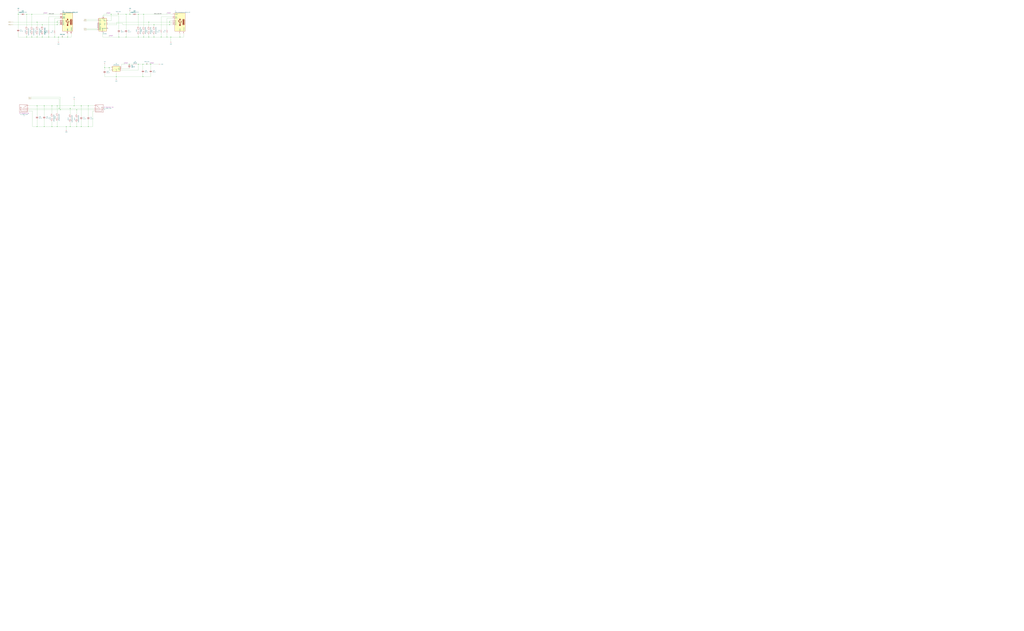
<source format=kicad_sch>
(kicad_sch (version 20250114) (generator "eeschema") (generator_version "9.0")
  (paper "User" 2001.5 1234.5)
  (title_block (title "Title") (date "12309831aa") (rev "Rev") (company "Company") (comment 1 "Comment1") (comment 2 "Comment2") (comment 3 "Comment3") (comment 4 "Comment4") (comment 5 "Comment5") (comment 6 "Comment6") (comment 7 "Comment7") (comment 8 "Comment8") (comment 9 "Comment9"))
  (lib_symbols
    (symbol "Connector:USB_C_Receptacle_USB2.0_14P" (pin_names (offset 1.016))
      (property "Reference" "J" (at 0 22.225 0))
      (property "Value" "USB_C_Receptacle_USB2.0_14P" (at 0 19.685 0))
      (symbol "USB_C_Receptacle_USB2.0_14P_0_0"
        (rectangle (start -0.254 -17.78) (end 0.254 -16.764))
        (rectangle (start 10.16 15.494) (end 9.144 14.986))
        (rectangle (start 10.16 10.414) (end 9.144 9.906))
        (rectangle (start 10.16 7.874) (end 9.144 7.366))
        (rectangle (start 10.16 2.794) (end 9.144 2.286))
        (rectangle (start 10.16 0.254) (end 9.144 -0.254))
        (rectangle (start 10.16 -2.286) (end 9.144 -2.794))
        (rectangle (start 10.16 -4.826) (end 9.144 -5.334))
      )
      (symbol "USB_C_Receptacle_USB2.0_14P_0_1"
        (rectangle (start -10.16 17.78) (end 10.16 -17.78) (stroke (width 0.254)) (fill (type background)))
        (polyline (pts (xy -8.89 -3.81) (xy -8.89 3.81)) (stroke (width 0.508)))
        (rectangle (start -7.62 -3.81) (end -6.35 3.81) (stroke (width 0.254)) (fill (type outline)))
        (arc (start -7.62 3.81) (mid -6.985 4.4423) (end -6.35 3.81) (stroke (width 0.254)))
        (arc (start -7.62 3.81) (mid -6.985 4.4423) (end -6.35 3.81) (stroke (width 0.254)) (fill (type outline)))
        (arc (start -8.89 3.81) (mid -6.985 5.7067) (end -5.08 3.81) (stroke (width 0.508)))
        (arc (start -5.08 -3.81) (mid -6.985 -5.7067) (end -8.89 -3.81) (stroke (width 0.508)))
        (arc (start -6.35 -3.81) (mid -6.985 -4.4423) (end -7.62 -3.81) (stroke (width 0.254)))
        (arc (start -6.35 -3.81) (mid -6.985 -4.4423) (end -7.62 -3.81) (stroke (width 0.254)) (fill (type outline)))
        (polyline (pts (xy -5.08 3.81) (xy -5.08 -3.81)) (stroke (width 0.508)))
        (circle (center -2.54 1.143) (radius 0.635) (stroke (width 0.254)) (fill (type outline)))
        (polyline (pts (xy -1.27 4.318) (xy 0 6.858) (xy 1.27 4.318) (xy -1.27 4.318)) (stroke (width 0.254)) (fill (type outline)))
        (polyline (pts (xy 0 -2.032) (xy 2.54 0.508) (xy 2.54 1.778)) (stroke (width 0.508)))
        (polyline (pts (xy 0 -3.302) (xy -2.54 -0.762) (xy -2.54 0.508)) (stroke (width 0.508)))
        (polyline (pts (xy 0 -5.842) (xy 0 4.318)) (stroke (width 0.508)))
        (circle (center 0 -5.842) (radius 1.27) (fill (type outline)))
        (rectangle (start 1.905 1.778) (end 3.175 3.048) (stroke (width 0.254)) (fill (type outline)))
      )
      (symbol "USB_C_Receptacle_USB2.0_14P_1_1"
        (pin passive line (at -7.62 -22.86 90) (length 5.08) (name "SHIELD") (number "S1"))
        (pin passive line (at 0 -22.86 90) (length 5.08) (name "GND") (number "A1"))
        (pin passive line (at 0 -22.86 90) (length 5.08) (hide yes) (name "GND") (number "A12"))
        (pin passive line (at 0 -22.86 90) (length 5.08) (hide yes) (name "GND") (number "B1"))
        (pin passive line (at 0 -22.86 90) (length 5.08) (hide yes) (name "GND") (number "B12"))
        (pin passive line (at 15.24 15.24 180) (length 5.08) (name "VBUS") (number "A4"))
        (pin passive line (at 15.24 15.24 180) (length 5.08) (hide yes) (name "VBUS") (number "A9"))
        (pin passive line (at 15.24 15.24 180) (length 5.08) (hide yes) (name "VBUS") (number "B4"))
        (pin passive line (at 15.24 15.24 180) (length 5.08) (hide yes) (name "VBUS") (number "B9"))
        (pin bidirectional line (at 15.24 10.16 180) (length 5.08) (name "CC1") (number "A5"))
        (pin bidirectional line (at 15.24 7.62 180) (length 5.08) (name "CC2") (number "B5"))
        (pin bidirectional line (at 15.24 2.54 180) (length 5.08) (name "D-") (number "A7"))
        (pin bidirectional line (at 15.24 0 180) (length 5.08) (name "D-") (number "B7"))
        (pin bidirectional line (at 15.24 -2.54 180) (length 5.08) (name "D+") (number "A6"))
        (pin bidirectional line (at 15.24 -5.08 180) (length 5.08) (name "D+") (number "B6"))
      )
    )
    (symbol "Device:C" (pin_numbers (hide yes)) (pin_names (offset 0.254))
      (property "Reference" "C" (at 0.635 2.54 0))
      (property "Value" "C" (at 0.635 -2.54 0))
      (symbol "C_0_1"
        (polyline (pts (xy -2.032 0.762) (xy 2.032 0.762)) (stroke (width 0.508)))
        (polyline (pts (xy -2.032 -0.762) (xy 2.032 -0.762)) (stroke (width 0.508)))
      )
      (symbol "C_1_1"
        (pin passive line (at 0 3.81 270) (length 2.794) (name "~") (number "1"))
        (pin passive line (at 0 -3.81 90) (length 2.794) (name "~") (number "2"))
      )
    )
    (symbol "Device:D" (pin_numbers (hide yes)) (pin_names (offset 1.016) (hide yes))
      (property "Reference" "D" (at 0 2.54 0))
      (property "Value" "D" (at 0 -2.54 0))
      (symbol "D_0_1"
        (polyline (pts (xy -1.27 1.27) (xy -1.27 -1.27)) (stroke (width 0.254)))
        (polyline (pts (xy 1.27 1.27) (xy 1.27 -1.27) (xy -1.27 0) (xy 1.27 1.27)) (stroke (width 0.254)))
        (polyline (pts (xy 1.27 0) (xy -1.27 0)))
      )
      (symbol "D_1_1"
        (pin passive line (at -3.81 0 0) (length 2.54) (name "K") (number "1"))
        (pin passive line (at 3.81 0 180) (length 2.54) (name "A") (number "2"))
      )
    )
    (symbol "Device:L" (pin_numbers (hide yes)) (pin_names (offset 1.016) (hide yes))
      (property "Reference" "L" (at -1.27 0 90))
      (property "Value" "L" (at 1.905 0 90))
      (symbol "L_0_1"
        (arc (start 0 2.54) (mid 0.6323 1.905) (end 0 1.27))
        (arc (start 0 1.27) (mid 0.6323 0.635) (end 0 0))
        (arc (start 0 0) (mid 0.6323 -0.635) (end 0 -1.27))
        (arc (start 0 -1.27) (mid 0.6323 -1.905) (end 0 -2.54))
      )
      (symbol "L_1_1"
        (pin passive line (at 0 3.81 270) (length 1.27) (name "1") (number "1"))
        (pin passive line (at 0 -3.81 90) (length 1.27) (name "2") (number "2"))
      )
    )
    (symbol "Device:R_US" (pin_numbers (hide yes)) (pin_names (offset 0))
      (property "Reference" "R" (at 2.54 0 90))
      (property "Value" "R_US" (at -2.54 0 90))
      (symbol "R_US_0_1"
        (polyline (pts (xy 0 2.286) (xy 0 2.54)))
        (polyline (pts (xy 0 2.286) (xy 1.016 1.905) (xy 0 1.524) (xy -1.016 1.143) (xy 0 0.762)))
        (polyline (pts (xy 0 0.762) (xy 1.016 0.381) (xy 0 0) (xy -1.016 -0.381) (xy 0 -0.762)))
        (polyline (pts (xy 0 -0.762) (xy 1.016 -1.143) (xy 0 -1.524) (xy -1.016 -1.905) (xy 0 -2.286)))
        (polyline (pts (xy 0 -2.286) (xy 0 -2.54)))
      )
      (symbol "R_US_1_1"
        (pin passive line (at 0 3.81 270) (length 1.27) (name "~") (number "1"))
        (pin passive line (at 0 -3.81 90) (length 1.27) (name "~") (number "2"))
      )
    )
    (symbol "Interface_USB:CH340C"
      (property "Reference" "U" (at -5.08 13.97 0))
      (property "Value" "CH340C" (at 1.27 13.97 0))
      (symbol "CH340C_0_1"
        (rectangle (start -7.62 12.7) (end 7.62 -12.7) (stroke (width 0.254)) (fill (type background)))
      )
      (symbol "CH340C_1_1"
        (pin input line (at -10.16 7.62 0) (length 2.54) (name "R232") (number "15"))
        (pin bidirectional line (at -10.16 2.54 0) (length 2.54) (name "UD+") (number "5"))
        (pin bidirectional line (at -10.16 0 0) (length 2.54) (name "UD-") (number "6"))
        (pin output line (at -10.16 -7.62 0) (length 2.54) (name "~{OUT}/~{DTR}") (number "8"))
        (pin no_connect line (at -7.62 -5.08 0) (length 2.54) (hide yes) (name "NC") (number "7"))
        (pin power_in line (at -2.54 15.24 270) (length 2.54) (name "VCC") (number "16"))
        (pin power_out line (at 0 15.24 270) (length 2.54) (name "V3") (number "4"))
        (pin power_in line (at 0 -15.24 90) (length 2.54) (name "GND") (number "1"))
        (pin output line (at 10.16 10.16 180) (length 2.54) (name "TXD") (number "2"))
        (pin input line (at 10.16 7.62 180) (length 2.54) (name "RXD") (number "3"))
        (pin input line (at 10.16 2.54 180) (length 2.54) (name "~{CTS}") (number "9"))
        (pin input line (at 10.16 0 180) (length 2.54) (name "~{DSR}") (number "10"))
        (pin input line (at 10.16 -2.54 180) (length 2.54) (name "~{RI}") (number "11"))
        (pin input line (at 10.16 -5.08 180) (length 2.54) (name "~{DCD}") (number "12"))
        (pin output line (at 10.16 -7.62 180) (length 2.54) (name "~{DTR}") (number "13"))
        (pin output line (at 10.16 -10.16 180) (length 2.54) (name "~{RTS}") (number "14"))
      )
    )
    (symbol "MechKeyboard:SJ-43514-SMT" (pin_names (offset 1.016) (hide yes))
      (property "Reference" "J" (at -7.6454 8.4074 0))
      (property "Value" "SJ-43514-SMT" (at -7.6454 -10.1854 0))
      (property "DigiKey" "CP-43514SJCT-ND" (at 0 0 0))
      (symbol "SJ-43514-SMT_0_0"
        (polyline (pts (xy -7.62 7.62) (xy 7.62 7.62)) (stroke (width 0.254)))
        (polyline (pts (xy -7.62 -7.62) (xy -7.62 7.62)) (stroke (width 0.254)))
        (polyline (pts (xy -6.096 2.159) (xy -6.096 -2.413)) (stroke (width 0.254)))
        (polyline (pts (xy -6.096 -2.413) (xy -4.064 -2.413)) (stroke (width 0.254)))
        (polyline (pts (xy -5.08 5.08) (xy -5.08 2.286)) (stroke (width 0.254)))
        (polyline (pts (xy -4.064 2.159) (xy -6.096 2.159)) (stroke (width 0.254)))
        (polyline (pts (xy -4.064 -2.413) (xy -4.064 2.159)) (stroke (width 0.254)))
        (polyline (pts (xy -2.286 2.54) (xy -1.016 0.762)) (stroke (width 0.254)))
        (polyline (pts (xy -1.016 0.762) (xy 0.254 2.54)) (stroke (width 0.254)))
        (polyline (pts (xy -0.127 0) (xy 1.143 -1.524)) (stroke (width 0.254)))
        (polyline (pts (xy 0.381 2.54) (xy 7.62 2.54)) (stroke (width 0.254)))
        (polyline (pts (xy 1.143 -1.524) (xy 2.413 0)) (stroke (width 0.254)))
        (polyline (pts (xy 2.159 -5.08) (xy 3.429 -3.302)) (stroke (width 0.254)))
        (polyline (pts (xy 2.413 0) (xy 7.62 0)) (stroke (width 0.254)))
        (polyline (pts (xy 3.429 -3.302) (xy 4.699 -5.08)) (stroke (width 0.254)))
        (polyline (pts (xy 4.699 -5.08) (xy 7.62 -5.08)) (stroke (width 0.254)))
        (polyline (pts (xy 7.62 7.62) (xy 7.62 5.08)) (stroke (width 0.254)))
        (polyline (pts (xy 7.62 5.08) (xy -5.08 5.08)) (stroke (width 0.254)))
        (polyline (pts (xy 7.62 5.08) (xy 7.62 2.54)) (stroke (width 0.254)))
        (polyline (pts (xy 7.62 2.54) (xy 7.62 0)) (stroke (width 0.254)))
        (polyline (pts (xy 7.62 0) (xy 7.62 -5.08)) (stroke (width 0.254)))
        (polyline (pts (xy 7.62 -5.08) (xy 7.62 -7.62)) (stroke (width 0.254)))
        (polyline (pts (xy 7.62 -7.62) (xy -7.62 -7.62)) (stroke (width 0.254)))
        (pin passive line (at 10.16 5.08 180) (length 2.54) (name "~") (number "1"))
        (pin passive line (at 10.16 2.54 180) (length 2.54) (name "~") (number "4"))
        (pin passive line (at 10.16 0 180) (length 2.54) (name "~") (number "3"))
        (pin passive line (at 10.16 -5.08 180) (length 2.54) (name "~") (number "2"))
      )
    )
    (symbol "MechKeyboard:SMDA05C"
      (property "Reference" "D" (at 7.62 0 0))
      (symbol "SMDA05C_0_1"
        (polyline (pts (xy 2.54 -1.27) (xy 2.54 -6.35) (xy 5.08 -3.81) (xy 2.54 -1.27)))
        (polyline (pts (xy 5.08 -3.81) (xy 10.16 -3.81)))
        (polyline (pts (xy 6.35 -1.27) (xy 5.08 -2.54) (xy 5.08 -5.08) (xy 3.81 -6.35)))
        (polyline (pts (xy 11.43 -6.35) (xy 10.16 -5.08) (xy 10.16 -2.54) (xy 8.89 -1.27)))
        (polyline (pts (xy 12.7 -1.27) (xy 12.7 -6.35) (xy 10.16 -3.81) (xy 12.7 -1.27)))
      )
      (symbol "SMDA05C_1_1"
        (pin passive line (at 0 -3.81 0) (length 2.54) (name "") (number "1"))
        (pin passive line (at 15.24 -3.81 180) (length 2.54) (name "") (number "8"))
      )
      (symbol "SMDA05C_2_1"
        (pin passive line (at 0 -3.81 0) (length 2.54) (name "") (number "2"))
        (pin passive line (at 15.24 -3.81 180) (length 2.54) (name "") (number "7"))
      )
      (symbol "SMDA05C_3_1"
        (pin passive line (at 0 -3.81 0) (length 2.54) (name "") (number "3"))
        (pin passive line (at 15.24 -3.81 180) (length 2.54) (name "") (number "6"))
      )
      (symbol "SMDA05C_4_1"
        (pin passive line (at 0 -3.81 0) (length 2.54) (name "") (number "4"))
        (pin passive line (at 15.24 -3.81 180) (length 2.54) (name "") (number "5"))
      )
    )
    (symbol "Regulator_Switching:AP63203WU"
      (property "Reference" "U" (at -7.62 6.35 0))
      (property "Value" "AP63203WU" (at 2.54 6.35 0))
      (symbol "AP63203WU_0_1"
        (rectangle (start -7.62 5.08) (end 7.62 -5.08) (stroke (width 0.254)) (fill (type background)))
      )
      (symbol "AP63203WU_1_1"
        (pin power_in line (at -10.16 2.54 0) (length 2.54) (name "IN") (number "3"))
        (pin input line (at -10.16 -2.54 0) (length 2.54) (name "EN") (number "2"))
        (pin power_in line (at 0 -7.62 90) (length 2.54) (name "GND") (number "4"))
        (pin output line (at 10.16 2.54 180) (length 2.54) (name "SW") (number "5"))
        (pin passive line (at 10.16 0 180) (length 2.54) (name "BST") (number "6"))
        (pin input line (at 10.16 -2.54 180) (length 2.54) (name "FB") (number "1"))
      )
    )
    (symbol "SJ-43514-SMT_1" (pin_names (offset 1.016) (hide yes))
      (property "Reference" "J" (at -7.6454 8.4074 0))
      (property "Value" "SJ-43514-SMT" (at -7.6454 -10.1854 0))
      (property "DigiKey" "CP-43514SJCT-ND" (at 0 0 0))
      (symbol "SJ-43514-SMT_1_0_0"
        (polyline (pts (xy -7.62 7.62) (xy 7.62 7.62)) (stroke (width 0.254)))
        (polyline (pts (xy -7.62 -7.62) (xy -7.62 7.62)) (stroke (width 0.254)))
        (polyline (pts (xy -6.096 2.159) (xy -6.096 -2.413)) (stroke (width 0.254)))
        (polyline (pts (xy -6.096 -2.413) (xy -4.064 -2.413)) (stroke (width 0.254)))
        (polyline (pts (xy -5.08 5.08) (xy -5.08 2.286)) (stroke (width 0.254)))
        (polyline (pts (xy -4.064 2.159) (xy -6.096 2.159)) (stroke (width 0.254)))
        (polyline (pts (xy -4.064 -2.413) (xy -4.064 2.159)) (stroke (width 0.254)))
        (polyline (pts (xy -2.286 2.54) (xy -1.016 0.762)) (stroke (width 0.254)))
        (polyline (pts (xy -1.016 0.762) (xy 0.254 2.54)) (stroke (width 0.254)))
        (polyline (pts (xy -0.127 0) (xy 1.143 -1.524)) (stroke (width 0.254)))
        (polyline (pts (xy 0.381 2.54) (xy 7.62 2.54)) (stroke (width 0.254)))
        (polyline (pts (xy 1.143 -1.524) (xy 2.413 0)) (stroke (width 0.254)))
        (polyline (pts (xy 2.159 -5.08) (xy 3.429 -3.302)) (stroke (width 0.254)))
        (polyline (pts (xy 2.413 0) (xy 7.62 0)) (stroke (width 0.254)))
        (polyline (pts (xy 3.429 -3.302) (xy 4.699 -5.08)) (stroke (width 0.254)))
        (polyline (pts (xy 4.699 -5.08) (xy 7.62 -5.08)) (stroke (width 0.254)))
        (polyline (pts (xy 7.62 7.62) (xy 7.62 5.08)) (stroke (width 0.254)))
        (polyline (pts (xy 7.62 5.08) (xy -5.08 5.08)) (stroke (width 0.254)))
        (polyline (pts (xy 7.62 5.08) (xy 7.62 2.54)) (stroke (width 0.254)))
        (polyline (pts (xy 7.62 2.54) (xy 7.62 0)) (stroke (width 0.254)))
        (polyline (pts (xy 7.62 0) (xy 7.62 -5.08)) (stroke (width 0.254)))
        (polyline (pts (xy 7.62 -5.08) (xy 7.62 -7.62)) (stroke (width 0.254)))
        (polyline (pts (xy 7.62 -7.62) (xy -7.62 -7.62)) (stroke (width 0.254)))
        (pin passive line (at 10.16 5.08 180) (length 2.54) (name "~") (number "1"))
        (pin passive line (at 10.16 2.54 180) (length 2.54) (name "~") (number "4"))
        (pin passive line (at 10.16 0 180) (length 2.54) (name "~") (number "3"))
        (pin passive line (at 10.16 -5.08 180) (length 2.54) (name "~") (number "2"))
      )
    )
    (symbol "power:+3V3" (power) (pin_names (offset 0))
      (property "Value" "+3V3" (at 0 3.556 0))
      (symbol "+3V3_0_1"
        (polyline (pts (xy -0.762 1.27) (xy 0 2.54)))
        (polyline (pts (xy 0 2.54) (xy 0.762 1.27)))
        (polyline (pts (xy 0 0) (xy 0 2.54)))
      )
      (symbol "+3V3_1_1"
        (pin power_in line (at 0 0 90) (length 0) (hide yes) (name "+3V3") (number "1"))
      )
    )
    (symbol "power:+5V" (power) (pin_names (offset 0))
      (property "Value" "+5V" (at 0 3.556 0))
      (symbol "+5V_0_1"
        (polyline (pts (xy -0.762 1.27) (xy 0 2.54)))
        (polyline (pts (xy 0 2.54) (xy 0.762 1.27)))
        (polyline (pts (xy 0 0) (xy 0 2.54)))
      )
      (symbol "+5V_1_1"
        (pin power_in line (at 0 0 90) (length 0) (hide yes) (name "+5V") (number "1"))
      )
    )
    (symbol "power:GND" (power) (pin_names (offset 0))
      (property "Value" "GND" (at 0 -3.81 0))
      (symbol "GND_0_1"
        (polyline (pts (xy 0 0) (xy 0 -1.27) (xy 1.27 -1.27) (xy 0 -2.54) (xy -1.27 -1.27) (xy 0 -1.27)))
      )
      (symbol "GND_1_1"
        (pin power_in line (at 0 0 270) (length 0) (hide yes) (name "GND") (number "1"))
      )
    )
    (symbol "power:PWR_FLAG" (power) (pin_numbers (hide yes)) (pin_names (offset 0) (hide yes))
      (property "Value" "PWR_FLAG" (at 0 3.81 0))
      (symbol "PWR_FLAG_0_0"
        (pin power_out line (at 0 0 90) (length 0) (name "pwr") (number "1"))
      )
      (symbol "PWR_FLAG_0_1"
        (polyline (pts (xy 0 0) (xy 0 1.27) (xy -1.016 1.905) (xy 0 2.54) (xy 1.016 1.905) (xy 0 1.27)))
      )
    )
  )
  (junction (at 72.39 247.65))
  (junction (at 158.75 247.65))
  (junction (at 279.4 149.86))
  (junction (at 290.83 43.18))
  (junction (at 82.55 72.39))
  (junction (at 172.72 207.01))
  (junction (at 106.68 72.39))
  (junction (at 111.76 43.18))
  (junction (at 252.73 125.73))
  (junction (at 132.08 72.39))
  (junction (at 331.47 43.18))
  (junction (at 326.39 72.39))
  (junction (at 290.83 72.39))
  (junction (at 280.67 27.94))
  (junction (at 101.6 207.01))
  (junction (at 121.92 72.39))
  (junction (at 86.36 247.65))
  (junction (at 246.38 72.39))
  (junction (at 72.39 43.18))
  (junction (at 101.6 247.65))
  (junction (at 144.78 207.01))
  (junction (at 231.14 27.94))
  (junction (at 331.47 48.26))
  (junction (at 114.3 72.39))
  (junction (at 314.96 72.39))
  (junction (at 287.02 125.73))
  (junction (at 52.07 72.39))
  (junction (at 118.11 214.63))
  (junction (at 300.99 72.39))
  (junction (at 351.79 72.39))
  (junction (at 270.51 125.73))
  (junction (at 254 27.94))
  (junction (at 158.75 207.01))
  (junction (at 204.47 132.08))
  (junction (at 217.17 27.94))
  (junction (at 72.39 72.39))
  (junction (at 232.41 72.39))
  (junction (at 86.36 207.01))
  (junction (at 280.67 72.39))
  (junction (at 300.99 48.26))
  (junction (at 246.38 27.94))
  (junction (at 270.51 72.39))
  (junction (at 95.25 72.39))
  (junction (at 72.39 207.01))
  (junction (at 270.51 27.94))
  (junction (at 137.16 212.09))
  (junction (at 279.4 125.73))
  (junction (at 111.76 207.01))
  (junction (at 129.54 247.65))
  (junction (at 334.01 72.39))
  (junction (at 111.76 247.65))
  (junction (at 62.23 72.39))
  (junction (at 172.72 247.65))
  (junction (at 35.56 27.94))
  (junction (at 227.33 149.86))
  (junction (at 111.76 48.26))
  (junction (at 294.64 125.73))
  (junction (at 137.16 247.65))
  (junction (at 213.36 132.08))
  (junction (at 115.57 212.09))
  (junction (at 149.86 247.65))
  (junction (at 62.23 27.94))
  (junction (at 149.86 214.63))
  (junction (at 52.07 27.94))
  (junction (at 82.55 48.26))
  (no_connect (at 190.5 50.8))
  (no_connect (at 210.82 55.88))
  (no_connect (at 190.5 53.34))
  (no_connect (at 190.5 48.26))
  (no_connect (at 190.5 45.72))
  (wire (pts (xy 115.57 212.09) (xy 137.16 212.09)))
  (wire (pts (xy 62.23 27.94) (xy 62.23 52.07)))
  (wire (pts (xy 228.6 43.18) (xy 290.83 43.18)))
  (wire (pts (xy 82.55 48.26) (xy 111.76 48.26)))
  (wire (pts (xy 116.84 43.18) (xy 111.76 43.18)))
  (wire (pts (xy 246.38 27.94) (xy 246.38 57.15)))
  (wire (pts (xy 237.49 134.62) (xy 252.73 134.62)))
  (wire (pts (xy 294.64 125.73) (xy 294.64 135.89)))
  (wire (pts (xy 82.55 67.31) (xy 82.55 72.39)))
  (wire (pts (xy 52.07 72.39) (xy 52.07 67.31)))
  (wire (pts (xy 270.51 52.07) (xy 270.51 27.94)))
  (wire (pts (xy 326.39 72.39) (xy 334.01 72.39)))
  (wire (pts (xy 111.76 207.01) (xy 144.78 207.01)))
  (wire (pts (xy 351.79 66.04) (xy 351.79 72.39)))
  (wire (pts (xy 336.55 33.02) (xy 314.96 33.02)))
  (wire (pts (xy 210.82 48.26) (xy 228.6 48.26)))
  (wire (pts (xy 86.36 247.65) (xy 101.6 247.65)))
  (wire (pts (xy 294.64 143.51) (xy 294.64 149.86)))
  (wire (pts (xy 72.39 247.65) (xy 86.36 247.65)))
  (wire (pts (xy 25.4 48.26) (xy 82.55 48.26)))
  (wire (pts (xy 184.15 217.17) (xy 181.61 217.17)))
  (wire (pts (xy 116.84 35.56) (xy 106.68 35.56)))
  (wire (pts (xy 106.68 72.39) (xy 114.3 72.39)))
  (wire (pts (xy 72.39 233.68) (xy 72.39 247.65)))
  (wire (pts (xy 86.36 207.01) (xy 101.6 207.01)))
  (wire (pts (xy 217.17 27.94) (xy 231.14 27.94)))
  (wire (pts (xy 168.91 55.88) (xy 190.5 55.88)))
  (wire (pts (xy 217.17 137.16) (xy 213.36 137.16)))
  (wire (pts (xy 203.2 27.94) (xy 217.17 27.94)))
  (wire (pts (xy 227.33 149.86) (xy 227.33 153.67)))
  (wire (pts (xy 101.6 222.25) (xy 101.6 207.01)))
  (wire (pts (xy 246.38 64.77) (xy 246.38 72.39)))
  (wire (pts (xy 121.92 72.39) (xy 132.08 72.39)))
  (wire (pts (xy 114.3 72.39) (xy 121.92 72.39)))
  (wire (pts (xy 246.38 72.39) (xy 270.51 72.39)))
  (wire (pts (xy 158.75 234.95) (xy 158.75 247.65)))
  (wire (pts (xy 331.47 45.72) (xy 331.47 48.26)))
  (wire (pts (xy 95.25 66.04) (xy 95.25 72.39)))
  (wire (pts (xy 204.47 132.08) (xy 213.36 132.08)))
  (wire (pts (xy 55.88 214.63) (xy 118.11 214.63)))
  (wire (pts (xy 331.47 40.64) (xy 331.47 43.18)))
  (wire (pts (xy 63.5 247.65) (xy 72.39 247.65)))
  (wire (pts (xy 314.96 33.02) (xy 314.96 57.15)))
  (wire (pts (xy 144.78 195.58) (xy 144.78 207.01)))
  (wire (pts (xy 200.66 30.48) (xy 232.41 30.48)))
  (wire (pts (xy 314.96 64.77) (xy 314.96 72.39)))
  (wire (pts (xy 111.76 45.72) (xy 111.76 48.26)))
  (wire (pts (xy 149.86 238.76) (xy 149.86 247.65)))
  (wire (pts (xy 158.75 207.01) (xy 172.72 207.01)))
  (wire (pts (xy 217.17 40.64) (xy 217.17 27.94)))
  (wire (pts (xy 132.08 66.04) (xy 132.08 72.39)))
  (wire (pts (xy 336.55 43.18) (xy 331.47 43.18)))
  (wire (pts (xy 62.23 72.39) (xy 72.39 72.39)))
  (wire (pts (xy 172.72 207.01) (xy 172.72 227.33)))
  (wire (pts (xy 228.6 43.18) (xy 228.6 48.26)))
  (wire (pts (xy 35.56 72.39) (xy 52.07 72.39)))
  (wire (pts (xy 270.51 125.73) (xy 270.51 137.16)))
  (wire (pts (xy 52.07 27.94) (xy 62.23 27.94)))
  (wire (pts (xy 55.88 217.17) (xy 63.5 217.17)))
  (wire (pts (xy 132.08 72.39) (xy 139.7 72.39)))
  (wire (pts (xy 116.84 45.72) (xy 111.76 45.72)))
  (wire (pts (xy 204.47 149.86) (xy 204.47 144.78)))
  (wire (pts (xy 231.14 27.94) (xy 246.38 27.94)))
  (wire (pts (xy 336.55 48.26) (xy 331.47 48.26)))
  (wire (pts (xy 204.47 125.73) (xy 204.47 132.08)))
  (wire (pts (xy 139.7 66.04) (xy 139.7 72.39)))
  (wire (pts (xy 266.7 27.94) (xy 270.51 27.94)))
  (wire (pts (xy 172.72 234.95) (xy 172.72 247.65)))
  (wire (pts (xy 280.67 27.94) (xy 336.55 27.94)))
  (wire (pts (xy 267.97 125.73) (xy 270.51 125.73)))
  (wire (pts (xy 294.64 125.73) (xy 309.88 125.73)))
  (wire (pts (xy 158.75 207.01) (xy 158.75 227.33)))
  (wire (pts (xy 106.68 35.56) (xy 106.68 58.42)))
  (wire (pts (xy 111.76 247.65) (xy 129.54 247.65)))
  (wire (pts (xy 290.83 67.31) (xy 290.83 72.39)))
  (wire (pts (xy 326.39 35.56) (xy 326.39 57.15)))
  (wire (pts (xy 86.36 233.68) (xy 86.36 247.65)))
  (wire (pts (xy 227.33 149.86) (xy 279.4 149.86)))
  (wire (pts (xy 252.73 134.62) (xy 252.73 133.35)))
  (wire (pts (xy 118.11 190.5) (xy 60.96 190.5)))
  (wire (pts (xy 204.47 149.86) (xy 227.33 149.86)))
  (wire (pts (xy 115.57 193.04) (xy 115.57 212.09)))
  (wire (pts (xy 55.88 212.09) (xy 115.57 212.09)))
  (wire (pts (xy 172.72 207.01) (xy 184.15 207.01)))
  (wire (pts (xy 149.86 247.65) (xy 137.16 247.65)))
  (wire (pts (xy 149.86 214.63) (xy 149.86 223.52)))
  (wire (pts (xy 300.99 67.31) (xy 300.99 72.39)))
  (wire (pts (xy 111.76 40.64) (xy 111.76 43.18)))
  (wire (pts (xy 280.67 72.39) (xy 290.83 72.39)))
  (wire (pts (xy 200.66 33.02) (xy 200.66 30.48)))
  (wire (pts (xy 95.25 33.02) (xy 95.25 58.42)))
  (wire (pts (xy 232.41 30.48) (xy 232.41 57.15)))
  (wire (pts (xy 111.76 207.01) (xy 111.76 220.98)))
  (wire (pts (xy 52.07 72.39) (xy 62.23 72.39)))
  (wire (pts (xy 55.88 207.01) (xy 72.39 207.01)))
  (wire (pts (xy 246.38 27.94) (xy 254 27.94)))
  (wire (pts (xy 114.3 72.39) (xy 114.3 81.28)))
  (wire (pts (xy 101.6 247.65) (xy 111.76 247.65)))
  (wire (pts (xy 168.91 38.1) (xy 190.5 38.1)))
  (wire (pts (xy 270.51 27.94) (xy 280.67 27.94)))
  (wire (pts (xy 252.73 125.73) (xy 260.35 125.73)))
  (wire (pts (xy 334.01 72.39) (xy 334.01 81.28)))
  (wire (pts (xy 280.67 67.31) (xy 280.67 72.39)))
  (wire (pts (xy 111.76 236.22) (xy 111.76 247.65)))
  (wire (pts (xy 232.41 64.77) (xy 232.41 72.39)))
  (wire (pts (xy 115.57 193.04) (xy 60.96 193.04)))
  (wire (pts (xy 254 21.59) (xy 254 27.94)))
  (wire (pts (xy 72.39 72.39) (xy 82.55 72.39)))
  (wire (pts (xy 62.23 27.94) (xy 116.84 27.94)))
  (wire (pts (xy 25.4 43.18) (xy 72.39 43.18)))
  (wire (pts (xy 351.79 72.39) (xy 359.41 72.39)))
  (wire (pts (xy 287.02 125.73) (xy 294.64 125.73)))
  (wire (pts (xy 118.11 214.63) (xy 149.86 214.63)))
  (wire (pts (xy 116.84 40.64) (xy 111.76 40.64)))
  (wire (pts (xy 210.82 45.72) (xy 240.03 45.72)))
  (wire (pts (xy 35.56 21.59) (xy 35.56 27.94)))
  (wire (pts (xy 101.6 237.49) (xy 101.6 247.65)))
  (wire (pts (xy 240.03 48.26) (xy 240.03 45.72)))
  (wire (pts (xy 336.55 45.72) (xy 331.47 45.72)))
  (wire (pts (xy 279.4 125.73) (xy 287.02 125.73)))
  (wire (pts (xy 280.67 27.94) (xy 280.67 52.07)))
  (wire (pts (xy 72.39 67.31) (xy 72.39 72.39)))
  (wire (pts (xy 158.75 247.65) (xy 149.86 247.65)))
  (wire (pts (xy 200.66 72.39) (xy 232.41 72.39)))
  (wire (pts (xy 52.07 52.07) (xy 52.07 27.94)))
  (wire (pts (xy 210.82 40.64) (xy 217.17 40.64)))
  (wire (pts (xy 300.99 72.39) (xy 314.96 72.39)))
  (wire (pts (xy 72.39 207.01) (xy 72.39 226.06)))
  (wire (pts (xy 279.4 143.51) (xy 279.4 149.86)))
  (wire (pts (xy 62.23 67.31) (xy 62.23 72.39)))
  (wire (pts (xy 137.16 212.09) (xy 184.15 212.09)))
  (wire (pts (xy 336.55 35.56) (xy 326.39 35.56)))
  (wire (pts (xy 237.49 125.73) (xy 252.73 125.73)))
  (wire (pts (xy 72.39 43.18) (xy 111.76 43.18)))
  (wire (pts (xy 181.61 217.17) (xy 181.61 247.65)))
  (wire (pts (xy 72.39 207.01) (xy 86.36 207.01)))
  (wire (pts (xy 279.4 149.86) (xy 294.64 149.86)))
  (wire (pts (xy 86.36 207.01) (xy 86.36 226.06)))
  (wire (pts (xy 314.96 72.39) (xy 326.39 72.39)))
  (wire (pts (xy 334.01 72.39) (xy 351.79 72.39)))
  (wire (pts (xy 137.16 238.76) (xy 137.16 247.65)))
  (wire (pts (xy 95.25 72.39) (xy 106.68 72.39)))
  (wire (pts (xy 172.72 247.65) (xy 158.75 247.65)))
  (wire (pts (xy 116.84 33.02) (xy 95.25 33.02)))
  (wire (pts (xy 213.36 132.08) (xy 213.36 137.16)))
  (wire (pts (xy 172.72 247.65) (xy 181.61 247.65)))
  (wire (pts (xy 35.56 63.5) (xy 35.56 72.39)))
  (wire (pts (xy 168.91 40.64) (xy 190.5 40.64)))
  (wire (pts (xy 326.39 64.77) (xy 326.39 72.39)))
  (wire (pts (xy 213.36 132.08) (xy 217.17 132.08)))
  (wire (pts (xy 116.84 48.26) (xy 111.76 48.26)))
  (wire (pts (xy 237.49 132.08) (xy 237.49 125.73)))
  (wire (pts (xy 336.55 40.64) (xy 331.47 40.64)))
  (wire (pts (xy 232.41 72.39) (xy 246.38 72.39)))
  (wire (pts (xy 137.16 247.65) (xy 129.54 247.65)))
  (wire (pts (xy 279.4 125.73) (xy 279.4 135.89)))
  (wire (pts (xy 300.99 48.26) (xy 331.47 48.26)))
  (wire (pts (xy 118.11 190.5) (xy 118.11 214.63)))
  (wire (pts (xy 129.54 247.65) (xy 129.54 254)))
  (wire (pts (xy 270.51 72.39) (xy 280.67 72.39)))
  (wire (pts (xy 203.2 33.02) (xy 203.2 27.94)))
  (wire (pts (xy 204.47 132.08) (xy 204.47 137.16)))
  (wire (pts (xy 290.83 43.18) (xy 331.47 43.18)))
  (wire (pts (xy 237.49 137.16) (xy 270.51 137.16)))
  (wire (pts (xy 82.55 72.39) (xy 95.25 72.39)))
  (wire (pts (xy 72.39 43.18) (xy 72.39 52.07)))
  (wire (pts (xy 48.26 27.94) (xy 52.07 27.94)))
  (wire (pts (xy 254 27.94) (xy 259.08 27.94)))
  (wire (pts (xy 240.03 48.26) (xy 300.99 48.26)))
  (wire (pts (xy 149.86 214.63) (xy 184.15 214.63)))
  (wire (pts (xy 82.55 48.26) (xy 82.55 52.07)))
  (wire (pts (xy 35.56 27.94) (xy 40.64 27.94)))
  (wire (pts (xy 290.83 43.18) (xy 290.83 52.07)))
  (wire (pts (xy 200.66 63.5) (xy 200.66 72.39)))
  (wire (pts (xy 35.56 27.94) (xy 35.56 55.88)))
  (wire (pts (xy 227.33 142.24) (xy 227.33 149.86)))
  (wire (pts (xy 144.78 207.01) (xy 158.75 207.01)))
  (wire (pts (xy 168.91 58.42) (xy 190.5 58.42)))
  (wire (pts (xy 290.83 72.39) (xy 300.99 72.39)))
  (wire (pts (xy 300.99 48.26) (xy 300.99 52.07)))
  (wire (pts (xy 270.51 72.39) (xy 270.51 67.31)))
  (wire (pts (xy 63.5 217.17) (xy 63.5 247.65)))
  (wire (pts (xy 101.6 207.01) (xy 111.76 207.01)))
  (wire (pts (xy 106.68 66.04) (xy 106.68 72.39)))
  (wire (pts (xy 359.41 66.04) (xy 359.41 72.39)))
  (wire (pts (xy 137.16 212.09) (xy 137.16 223.52)))
  (wire (pts (xy 270.51 125.73) (xy 279.4 125.73)))
  (label "VBUS_USB_PGM" (at 300.99 27.94 0))
  (label "VBUS_USB" (at 95.25 27.94 0))
  (hierarchical_label "TXD" (shape input) (at 168.91 38.1 180))
  (hierarchical_label "SDA" (shape bidirectional) (at 60.96 193.04 180))
  (hierarchical_label "SCL" (shape bidirectional) (at 60.96 190.5 180))
  (hierarchical_label "DTR" (shape output) (at 168.91 55.88 180))
  (hierarchical_label "USB_D-" (shape bidirectional) (at 25.4 43.18 180))
  (hierarchical_label "USB_D+" (shape bidirectional) (at 25.4 48.26 180))
  (hierarchical_label "RTS" (shape output) (at 168.91 58.42 180))
  (hierarchical_label "RXD" (shape output) (at 168.91 40.64 180))
  (netclass_flag "" (length 2.54) (shape round) (at 326.39 27.94 0) (property "Netclass" "POWER" (at 326.9996 25.4 0) (effects (font (italic yes)) (justify left))))
  (netclass_flag "" (length 2.54) (shape round) (at 242.57 125.73 0) (property "Netclass" "POWER" (at 243.1796 123.19 0) (effects (font (italic yes)) (justify left))))
  (netclass_flag "" (length 2.54) (shape round) (at 213.36 72.39 0) (property "Netclass" "POWER" (at 213.9696 69.85 0) (effects (font (italic yes)) (justify left))))
  (netclass_flag "" (length 2.54) (shape round) (at 208.28 27.94 0) (property "Netclass" "POWER" (at 208.8896 25.4 0) (effects (font (italic yes)) (justify left))))
  (netclass_flag "" (length 2.54) (shape round) (at 293.37 125.73 0) (property "Netclass" "POWER" (at 293.9796 123.19 0) (effects (font (italic yes)) (justify left))))
  (netclass_flag "" (length 2.54) (shape round) (at 85.09 27.94 0) (property "Netclass" "POWER" (at 85.6996 25.4 0) (effects (font (italic yes)) (justify left))))
  (symbol (lib_id "MechKeyboard:SJ-43514-SMT") (at 194.31 212.09 180) (unit 1)
    (property "Reference" "J3" (at 202.692 214.4014 0) (effects (justify right)))
    (property "Value" "SJ-43514-SMT" (at 202.692 212.09 0) (effects (justify right)))
    (property "Footprint" "MechKeyboard:CUI_SJ-43514-SMT" (effects (hide yes)))
    (property "Datasheet" "SJ-43514-SMT" (effects (hide yes)))
    (property "Manufacturer" "CUI" (effects (hide yes)))
    (property "ManufacturerPartNumber" "SJ-43514-SMT-TR" (effects (hide yes)))
    (property "DigiKey" "CP-43514SJCT-ND" (at 202.692 209.7786 0) (effects (justify right)))
  )
  (symbol (lib_id "Device:R_US") (at 326.39 60.96 0) (mirror y) (unit 1)
    (property "Reference" "R4" (at 323.85 59.69 0) (effects (justify left)))
    (property "Value" "5.1 k" (at 323.85 62.23 0) (effects (justify left)))
    (property "Footprint" "Resistor_SMD:R_0603_1608Metric_Pad0.98x0.95mm_HandSolder" (effects (hide yes)))
    (property "Datasheet" "https://www.yageo.com/upload/media/product/products/datasheet/rchip/PYu-RC_Group_51_RoHS_L_12.pdf" (effects (hide yes)))
    (property "Manufacturer" "Yageo" (effects (hide yes)))
    (property "DigiKey" "311-5.10KHRCT-ND" (effects (hide yes)))
    (property "ManufacturerPartNumber" "RC0603FR-075K1L" (effects (hide yes)))
  )
  (symbol (lib_id "power:GND") (at 114.3 81.28 0) (mirror y) (unit 1)
    (property "Reference" "#PWR04" (effects (hide yes)))
    (property "Value" "GND" (at 114.3 86.36 0))
  )
  (symbol (lib_id "MechKeyboard:SMDA05C") (at 294.64 67.31 270) (mirror x) (unit 4)
    (property "Reference" "D22" (at 287.02 58.42 0) (effects (justify right)))
    (property "Value" "SMDA05CDR2G" (at 294.64 59.69 0))
    (property "Footprint" "Package_SO:SOIC-8_3.9x4.9mm_P1.27mm" (effects (hide yes)))
    (property "Datasheet" "https://www.onsemi.com/pdf/datasheet/smda05c-d.pdf" (effects (hide yes)))
    (property "DigiKey" "SMDA05CDR2GOSCT-ND" (effects (hide yes)))
    (property "Manufacturer" "OnSemi" (effects (hide yes)))
    (property "ManufacturerPartNumber" "SMDA05CDR2G" (effects (hide yes)))
  )
  (symbol (lib_id "Device:C") (at 246.38 60.96 0) (mirror y) (unit 1)
    (property "Reference" "C5" (at 250.19 59.69 0) (effects (justify right)))
    (property "Value" "10 uF" (at 250.19 62.23 0) (effects (justify right)))
    (property "Footprint" "Capacitor_SMD:C_0603_1608Metric_Pad1.08x0.95mm_HandSolder" (effects (hide yes)))
    (property "Datasheet" "https://mm.digikey.com/Volume0/opasdata/d220001/medias/docus/609/CL10A106MQ8NNNC_Spec.pdf" (effects (hide yes)))
    (property "DigiKey" "1276-1119-1-ND" (effects (hide yes)))
    (property "Manufacturer" "Samsung Electro-Mechanics" (effects (hide yes)))
    (property "ManufacturerPartNumber" "CL10A106MQ8NNNC" (effects (hide yes)))
  )
  (symbol (lib_id "MechKeyboard:SMDA05C") (at 55.88 67.31 270) (mirror x) (unit 1)
    (property "Reference" "D21" (at 49.53 58.42 0) (effects (justify right)))
    (property "Value" "SMDA05CDR2G" (at 55.88 62.23 0))
    (property "Footprint" "Package_SO:SOIC-8_3.9x4.9mm_P1.27mm" (effects (hide yes)))
    (property "Datasheet" "https://www.onsemi.com/pdf/datasheet/smda05c-d.pdf" (effects (hide yes)))
    (property "DigiKey" "SMDA05CDR2GOSCT-ND" (effects (hide yes)))
    (property "Manufacturer" "OnSemi" (effects (hide yes)))
    (property "ManufacturerPartNumber" "SMDA05CDR2G" (effects (hide yes)))
  )
  (symbol (lib_id "Connector:USB_C_Receptacle_USB2.0_14P") (at 351.79 43.18 0) (mirror y) (unit 1)
    (property "Reference" "J4" (at 341.63 21.59 0) (effects (justify right)))
    (property "Value" "USB_C_Receptacle_USB2.0_14P" (at 341.63 24.13 0) (effects (justify right)))
    (property "Footprint" "Connector_USB:USB_C_Receptacle_GCT_USB4105-xx-A_16P_TopMnt_Horizontal" (effects (hide yes)))
    (property "Datasheet" "https://mm.digikey.com/Volume0/opasdata/d220001/medias/docus/5702/USB4105%20-%20Product%20Drawing.pdf" (effects (hide yes)))
    (property "DigiKey" "2073-USB4105-GF-ACT-ND" (effects (hide yes)))
    (property "Manufacturer" "GCT" (effects (hide yes)))
    (property "ManufacturerPartNumber" "USB4105-GF-A" (effects (hide yes)))
  )
  (symbol (lib_id "MechKeyboard:SMDA05C") (at 76.2 67.31 270) (mirror x) (unit 3)
    (property "Reference" "D21" (at 69.85 58.42 0) (effects (justify right)))
    (property "Value" "SMDA05CDR2G" (at 77.47 62.23 0))
    (property "Footprint" "Package_SO:SOIC-8_3.9x4.9mm_P1.27mm" (effects (hide yes)))
    (property "Datasheet" "https://www.onsemi.com/pdf/datasheet/smda05c-d.pdf" (effects (hide yes)))
    (property "DigiKey" "SMDA05CDR2GOSCT-ND" (effects (hide yes)))
    (property "Manufacturer" "OnSemi" (effects (hide yes)))
    (property "ManufacturerPartNumber" "SMDA05CDR2G" (effects (hide yes)))
  )
  (symbol (lib_id "power:GND") (at 129.54 254 0) (unit 1)
    (property "Reference" "#PWR02" (effects (hide yes)))
    (property "Value" "GND" (at 129.667 258.3942 0))
  )
  (symbol (lib_id "Connector:USB_C_Receptacle_USB2.0_14P") (at 132.08 43.18 0) (mirror y) (unit 1)
    (property "Reference" "J2" (at 121.92 21.59 0) (effects (justify right)))
    (property "Value" "USB_C_Receptacle_USB2.0_14P" (at 121.92 24.13 0) (effects (justify right)))
    (property "Footprint" "Connector_USB:USB_C_Receptacle_GCT_USB4105-xx-A_16P_TopMnt_Horizontal" (effects (hide yes)))
    (property "Datasheet" "https://mm.digikey.com/Volume0/opasdata/d220001/medias/docus/5702/USB4105%20-%20Product%20Drawing.pdf" (effects (hide yes)))
    (property "DigiKey" "2073-USB4105-GF-ACT-ND" (effects (hide yes)))
    (property "Manufacturer" "GCT" (effects (hide yes)))
    (property "ManufacturerPartNumber" "USB4105-GF-A" (effects (hide yes)))
  )
  (symbol (lib_id "power:PWR_FLAG") (at 287.02 125.73 0) (unit 1)
    (property "Reference" "#FLG05" (effects (hide yes)))
    (property "Value" "PWR_FLAG" (at 287.02 120.65 0))
  )
  (symbol (lib_id "Device:L") (at 264.16 125.73 90) (unit 1)
    (property "Reference" "L2" (at 264.16 120.65 90))
    (property "Value" "3.9 uH" (at 264.16 123.19 90))
    (property "Footprint" "Inductor_SMD:L_1206_3216Metric_Pad1.22x1.90mm_HandSolder" (effects (hide yes)))
    (property "Datasheet" "https://search.murata.co.jp/Ceramy/image/img/P02/JELF243B-0013.pdf" (effects (hide yes)))
    (property "DigiKey" "490-6704-1-ND" (effects (hide yes)))
    (property "Manufacturer" "Murata Electronics" (effects (hide yes)))
    (property "ManufacturerPartNumber" "LQM31PN2R2M00L" (effects (hide yes)))
  )
  (symbol (lib_id "MechKeyboard:SMDA05C") (at 140.97 238.76 270) (mirror x) (unit 4)
    (property "Reference" "D24" (at 133.35 229.87 0) (effects (justify right)))
    (property "Value" "SMDA05CDR2G" (at 140.97 232.41 0))
    (property "Footprint" "Package_SO:SOIC-8_3.9x4.9mm_P1.27mm" (effects (hide yes)))
    (property "Datasheet" "https://www.onsemi.com/pdf/datasheet/smda05c-d.pdf" (effects (hide yes)))
    (property "DigiKey" "SMDA05CDR2GOSCT-ND" (effects (hide yes)))
    (property "Manufacturer" "OnSemi" (effects (hide yes)))
    (property "ManufacturerPartNumber" "SMDA05CDR2G" (effects (hide yes)))
  )
  (symbol (lib_id "Device:C") (at 158.75 231.14 0) (unit 1)
    (property "Reference" "C2" (at 162.56 229.87 0) (effects (justify left)))
    (property "Value" "10 uF" (at 162.56 232.41 0) (effects (justify left)))
    (property "Footprint" "Capacitor_SMD:C_0603_1608Metric_Pad1.08x0.95mm_HandSolder" (effects (hide yes)))
    (property "Datasheet" "https://mm.digikey.com/Volume0/opasdata/d220001/medias/docus/609/CL10A106MQ8NNNC_Spec.pdf" (effects (hide yes)))
    (property "DigiKey" "1276-1119-1-ND" (effects (hide yes)))
    (property "Manufacturer" "Samsung Electro-Mechanics" (effects (hide yes)))
    (property "ManufacturerPartNumber" "CL10A106MQ8NNNC" (effects (hide yes)))
  )
  (symbol (lib_id "power:+5V") (at 35.56 21.59 0) (unit 1)
    (property "Reference" "#PWR09" (effects (hide yes)))
    (property "Value" "+5V" (at 35.56 16.51 0))
  )
  (symbol (lib_id "Regulator_Switching:AP63203WU") (at 227.33 134.62 0) (unit 1)
    (property "Reference" "U3" (at 227.33 124.46 0))
    (property "Value" "AP63203WU" (at 227.33 127 0))
    (property "Footprint" "Package_TO_SOT_SMD:TSOT-23-6" (effects (hide yes)))
    (property "Datasheet" "https://www.diodes.com/assets/Datasheets/AP63200-AP63201-AP63203-AP63205.pdf" (effects (hide yes)))
    (property "DigiKey" "AP63203WU-7DICT-ND" (effects (hide yes)))
    (property "Manufacturer" "Diodes Incorporated" (effects (hide yes)))
    (property "ManufacturerPartNumber" "AP63203WU-7" (effects (hide yes)))
  )
  (symbol (lib_id "power:+5V") (at 144.78 195.58 0) (unit 1)
    (property "Reference" "#PWR08" (effects (hide yes)))
    (property "Value" "+5V" (at 144.78 190.5 0))
  )
  (symbol (lib_id "Device:C") (at 35.56 59.69 0) (mirror y) (unit 1)
    (property "Reference" "C1" (at 39.37 58.42 0) (effects (justify right)))
    (property "Value" "10 uF" (at 39.37 60.96 0) (effects (justify right)))
    (property "Footprint" "Capacitor_SMD:C_0603_1608Metric_Pad1.08x0.95mm_HandSolder" (effects (hide yes)))
    (property "Datasheet" "https://mm.digikey.com/Volume0/opasdata/d220001/medias/docus/609/CL10A106MQ8NNNC_Spec.pdf" (effects (hide yes)))
    (property "DigiKey" "1276-1119-1-ND" (effects (hide yes)))
    (property "Manufacturer" "Samsung Electro-Mechanics" (effects (hide yes)))
    (property "ManufacturerPartNumber" "CL10A106MQ8NNNC" (effects (hide yes)))
  )
  (symbol (lib_id "Device:C") (at 279.4 139.7 0) (unit 1)
    (property "Reference" "C18" (at 283.21 138.43 0) (effects (justify left)))
    (property "Value" "22 uF" (at 283.21 140.97 0) (effects (justify left)))
    (property "Footprint" "Capacitor_SMD:C_0603_1608Metric_Pad1.08x0.95mm_HandSolder" (effects (hide yes)))
    (property "Datasheet" "https://mm.digikey.com/Volume0/opasdata/d220001/medias/docus/43/CL10A226MQ8NRNC_Spec.pdf" (effects (hide yes)))
    (property "DigiKey" "1276-1193-1-ND" (effects (hide yes)))
    (property "Manufacturer" "Samsung Electro-Mechanics" (effects (hide yes)))
    (property "ManufacturerPartNumber" "CL10A226MQ8NRNC" (effects (hide yes)))
  )
  (symbol (lib_id "Device:R_US") (at 95.25 62.23 0) (mirror y) (unit 1)
    (property "Reference" "R1" (at 92.71 60.96 0) (effects (justify left)))
    (property "Value" "5.1 k" (at 92.71 63.5 0) (effects (justify left)))
    (property "Footprint" "Resistor_SMD:R_0603_1608Metric_Pad0.98x0.95mm_HandSolder" (effects (hide yes)))
    (property "Datasheet" "https://www.yageo.com/upload/media/product/products/datasheet/rchip/PYu-RC_Group_51_RoHS_L_12.pdf" (effects (hide yes)))
    (property "Manufacturer" "Yageo" (effects (hide yes)))
    (property "DigiKey" "311-5.10KHRCT-ND" (effects (hide yes)))
    (property "ManufacturerPartNumber" "RC0603FR-075K1L" (effects (hide yes)))
  )
  (symbol (lib_id "power:PWR_FLAG") (at 231.14 27.94 0) (unit 1)
    (property "Reference" "#FLG07" (effects (hide yes)))
    (property "Value" "PWR_FLAG" (at 231.14 22.86 0))
  )
  (symbol (lib_id "Device:D") (at 44.45 27.94 0) (unit 1)
    (property "Reference" "D19" (at 44.45 21.59 0))
    (property "Value" "1N5819HW-7-F" (at 44.45 24.13 0))
    (property "Footprint" "Diode_SMD:D_SOD-123" (effects (hide yes)))
    (property "Datasheet" "https://www.diodes.com/assets/Datasheets/1N5819HW.pdf" (effects (hide yes)))
    (property "Sim.Device" "D" (effects (hide yes)))
    (property "Sim.Pins" "1=K 2=A" (effects (hide yes)))
    (property "DigiKey" "1N5819HW-FDICT-ND" (effects (hide yes)))
    (property "Manufacturer" "Diodes, Inc" (effects (hide yes)))
    (property "ManufacturerPartNumber" "1N5819HW" (effects (hide yes)))
  )
  (symbol (lib_id "power:PWR_FLAG") (at 121.92 72.39 0) (unit 1)
    (property "Reference" "#FLG02" (effects (hide yes)))
    (property "Value" "PWR_FLAG" (at 121.92 67.31 0))
  )
  (symbol (lib_id "MechKeyboard:SMDA05C") (at 304.8 67.31 270) (mirror x) (unit 3)
    (property "Reference" "D22" (at 297.18 58.42 0) (effects (justify right)))
    (property "Value" "SMDA05CDR2G" (at 304.8 59.69 0))
    (property "Footprint" "Package_SO:SOIC-8_3.9x4.9mm_P1.27mm" (effects (hide yes)))
    (property "Datasheet" "https://www.onsemi.com/pdf/datasheet/smda05c-d.pdf" (effects (hide yes)))
    (property "DigiKey" "SMDA05CDR2GOSCT-ND" (effects (hide yes)))
    (property "Manufacturer" "OnSemi" (effects (hide yes)))
    (property "ManufacturerPartNumber" "SMDA05CDR2G" (effects (hide yes)))
  )
  (symbol (lib_id "Interface_USB:CH340C") (at 200.66 48.26 0) (mirror y) (unit 1)
    (property "Reference" "U2" (at 201.0059 63.5 0) (effects (justify right)))
    (property "Value" "CH340C" (at 201.0059 66.04 0) (effects (justify right)))
    (property "Footprint" "Package_SO:SOIC-16_3.9x9.9mm_P1.27mm" (effects (hide yes)))
    (property "Datasheet" "https://datasheet.lcsc.com/szlcsc/Jiangsu-Qin-Heng-CH340C_C84681.pdf" (effects (hide yes)))
    (property "Manufacturer" "WCH" (effects (hide yes)))
    (property "ManufacturerPartNumber" "CH340C" (effects (hide yes)))
  )
  (symbol (lib_id "power:GND") (at 334.01 81.28 0) (mirror y) (unit 1)
    (property "Reference" "#PWR021" (effects (hide yes)))
    (property "Value" "GND" (at 334.01 86.36 0))
  )
  (symbol (lib_id "power:GND") (at 227.33 153.67 0) (unit 1)
    (property "Reference" "#PWR022" (effects (hide yes)))
    (property "Value" "GND" (at 227.33 158.75 0))
  )
  (symbol (lib_id "MechKeyboard:SMDA05C") (at 105.41 237.49 270) (mirror x) (unit 1)
    (property "Reference" "D24" (at 97.79 228.6 0) (effects (justify right)))
    (property "Value" "SMDA05CDR2G" (at 105.41 231.14 0))
    (property "Footprint" "Package_SO:SOIC-8_3.9x4.9mm_P1.27mm" (effects (hide yes)))
    (property "Datasheet" "https://www.onsemi.com/pdf/datasheet/smda05c-d.pdf" (effects (hide yes)))
    (property "DigiKey" "SMDA05CDR2GOSCT-ND" (effects (hide yes)))
    (property "Manufacturer" "OnSemi" (effects (hide yes)))
    (property "ManufacturerPartNumber" "SMDA05CDR2G" (effects (hide yes)))
  )
  (symbol (lib_id "power:+3V3") (at 309.88 125.73 270) (unit 1)
    (property "Reference" "#PWR024" (effects (hide yes)))
    (property "Value" "+3V3" (at 313.69 125.73 90) (effects (justify left)))
  )
  (symbol (lib_id "power:+5V") (at 204.47 125.73 0) (unit 1)
    (property "Reference" "#PWR023" (effects (hide yes)))
    (property "Value" "+5V" (at 204.47 120.65 0))
  )
  (symbol (lib_id "Device:R_US") (at 314.96 60.96 0) (mirror y) (unit 1)
    (property "Reference" "R3" (at 312.42 59.69 0) (effects (justify left)))
    (property "Value" "5.1 k" (at 312.42 62.23 0) (effects (justify left)))
    (property "Footprint" "Resistor_SMD:R_0603_1608Metric_Pad0.98x0.95mm_HandSolder" (effects (hide yes)))
    (property "Datasheet" "https://www.yageo.com/upload/media/product/products/datasheet/rchip/PYu-RC_Group_51_RoHS_L_12.pdf" (effects (hide yes)))
    (property "Manufacturer" "Yageo" (effects (hide yes)))
    (property "DigiKey" "311-5.10KHRCT-ND" (effects (hide yes)))
    (property "ManufacturerPartNumber" "RC0603FR-075K1L" (effects (hide yes)))
  )
  (symbol (lib_id "Device:R_US") (at 106.68 62.23 0) (mirror y) (unit 1)
    (property "Reference" "R2" (at 104.14 60.96 0) (effects (justify left)))
    (property "Value" "5.1 k" (at 104.14 63.5 0) (effects (justify left)))
    (property "Footprint" "Resistor_SMD:R_0603_1608Metric_Pad0.98x0.95mm_HandSolder" (effects (hide yes)))
    (property "Datasheet" "https://www.yageo.com/upload/media/product/products/datasheet/rchip/PYu-RC_Group_51_RoHS_L_12.pdf" (effects (hide yes)))
    (property "Manufacturer" "Yageo" (effects (hide yes)))
    (property "DigiKey" "311-5.10KHRCT-ND" (effects (hide yes)))
    (property "ManufacturerPartNumber" "RC0603FR-075K1L" (effects (hide yes)))
  )
  (symbol (lib_id "Device:C") (at 252.73 129.54 0) (unit 1)
    (property "Reference" "C17" (at 256.54 128.27 0) (effects (justify left)))
    (property "Value" "100 nF" (at 256.54 130.81 0) (effects (justify left)))
    (property "Footprint" "Capacitor_SMD:C_0603_1608Metric_Pad1.08x0.95mm_HandSolder" (effects (hide yes)))
    (property "Datasheet" "https://mm.digikey.com/Volume0/opasdata/d220001/medias/docus/609/CL10B104KO8NNNC_Spec.pdf" (effects (hide yes)))
    (property "DigiKey" "1276-1005-1-ND" (effects (hide yes)))
    (property "Manufacturer" "Samsung Electro-Mechanics" (effects (hide yes)))
    (property "ManufacturerPartNumber" "CL10B104KO8NNNC" (effects (hide yes)))
  )
  (symbol (lib_id "MechKeyboard:SMDA05C") (at 153.67 238.76 270) (mirror x) (unit 3)
    (property "Reference" "D24" (at 146.05 229.87 0) (effects (justify right)))
    (property "Value" "SMDA05CDR2G" (at 153.67 232.41 0))
    (property "Footprint" "Package_SO:SOIC-8_3.9x4.9mm_P1.27mm" (effects (hide yes)))
    (property "Datasheet" "https://www.onsemi.com/pdf/datasheet/smda05c-d.pdf" (effects (hide yes)))
    (property "DigiKey" "SMDA05CDR2GOSCT-ND" (effects (hide yes)))
    (property "Manufacturer" "OnSemi" (effects (hide yes)))
    (property "ManufacturerPartNumber" "SMDA05CDR2G" (effects (hide yes)))
  )
  (symbol (lib_id "Device:C") (at 72.39 229.87 0) (unit 1)
    (property "Reference" "C20" (at 76.2 228.6 0) (effects (justify left)))
    (property "Value" "10 uF" (at 76.2 231.14 0) (effects (justify left)))
    (property "Footprint" "Capacitor_SMD:C_0603_1608Metric_Pad1.08x0.95mm_HandSolder" (effects (hide yes)))
    (property "Datasheet" "https://mm.digikey.com/Volume0/opasdata/d220001/medias/docus/609/CL10A106MQ8NNNC_Spec.pdf" (effects (hide yes)))
    (property "DigiKey" "1276-1119-1-ND" (effects (hide yes)))
    (property "Manufacturer" "Samsung Electro-Mechanics" (effects (hide yes)))
    (property "ManufacturerPartNumber" "CL10A106MQ8NNNC" (effects (hide yes)))
  )
  (symbol (lib_id "MechKeyboard:SMDA05C") (at 66.04 67.31 270) (mirror x) (unit 2)
    (property "Reference" "D21" (at 59.69 58.42 0) (effects (justify right)))
    (property "Value" "SMDA05CDR2G" (at 66.04 62.23 0))
    (property "Footprint" "Package_SO:SOIC-8_3.9x4.9mm_P1.27mm" (effects (hide yes)))
    (property "Datasheet" "https://www.onsemi.com/pdf/datasheet/smda05c-d.pdf" (effects (hide yes)))
    (property "DigiKey" "SMDA05CDR2GOSCT-ND" (effects (hide yes)))
    (property "Manufacturer" "OnSemi" (effects (hide yes)))
    (property "ManufacturerPartNumber" "SMDA05CDR2G" (effects (hide yes)))
  )
  (symbol (lib_id "Device:C") (at 294.64 139.7 0) (unit 1)
    (property "Reference" "C19" (at 298.45 138.43 0) (effects (justify left)))
    (property "Value" "22 uF" (at 298.45 140.97 0) (effects (justify left)))
    (property "Footprint" "Capacitor_SMD:C_0603_1608Metric_Pad1.08x0.95mm_HandSolder" (effects (hide yes)))
    (property "Datasheet" "https://mm.digikey.com/Volume0/opasdata/d220001/medias/docus/43/CL10A226MQ8NRNC_Spec.pdf" (effects (hide yes)))
    (property "DigiKey" "1276-1193-1-ND" (effects (hide yes)))
    (property "Manufacturer" "Samsung Electro-Mechanics" (effects (hide yes)))
    (property "ManufacturerPartNumber" "CL10A226MQ8NRNC" (effects (hide yes)))
  )
  (symbol (lib_id "Device:C") (at 86.36 229.87 0) (unit 1)
    (property "Reference" "C21" (at 90.17 228.6 0) (effects (justify left)))
    (property "Value" "10 nF" (at 90.17 231.14 0) (effects (justify left)))
    (property "Footprint" "Capacitor_SMD:C_0603_1608Metric_Pad1.08x0.95mm_HandSolder" (effects (hide yes)))
    (property "Datasheet" "https://mm.digikey.com/Volume0/opasdata/d220001/medias/docus/609/CL10B103KB8NNNC_Spec.pdf" (effects (hide yes)))
    (property "DigiKey" "1276-1009-1-ND" (effects (hide yes)))
    (property "Manufacturer" "Samsung Electro-Mechanics" (effects (hide yes)))
    (property "ManufacturerPartNumber" "CL10B103KB8NNNC" (effects (hide yes)))
  )
  (symbol (lib_id "MechKeyboard:SMDA05C") (at 115.57 236.22 270) (mirror x) (unit 2)
    (property "Reference" "D24" (at 107.95 227.33 0) (effects (justify right)))
    (property "Value" "SMDA05CDR2G" (at 115.57 229.87 0))
    (property "Footprint" "Package_SO:SOIC-8_3.9x4.9mm_P1.27mm" (effects (hide yes)))
    (property "Datasheet" "https://www.onsemi.com/pdf/datasheet/smda05c-d.pdf" (effects (hide yes)))
    (property "DigiKey" "SMDA05CDR2GOSCT-ND" (effects (hide yes)))
    (property "Manufacturer" "OnSemi" (effects (hide yes)))
    (property "ManufacturerPartNumber" "SMDA05CDR2G" (effects (hide yes)))
  )
  (symbol (lib_id "Device:C") (at 172.72 231.14 0) (unit 1)
    (property "Reference" "C3" (at 176.53 229.87 0) (effects (justify left)))
    (property "Value" "10 nF" (at 176.53 232.41 0) (effects (justify left)))
    (property "Footprint" "Capacitor_SMD:C_0603_1608Metric_Pad1.08x0.95mm_HandSolder" (effects (hide yes)))
    (property "Datasheet" "https://mm.digikey.com/Volume0/opasdata/d220001/medias/docus/609/CL10B103KB8NNNC_Spec.pdf" (effects (hide yes)))
    (property "DigiKey" "1276-1009-1-ND" (effects (hide yes)))
    (property "Manufacturer" "Samsung Electro-Mechanics" (effects (hide yes)))
    (property "ManufacturerPartNumber" "CL10B103KB8NNNC" (effects (hide yes)))
  )
  (symbol (lib_name "SJ-43514-SMT_1") (lib_id "MechKeyboard:SJ-43514-SMT") (at 45.72 212.09 0) (mirror x) (unit 1)
    (property "Reference" "J1" (at 47.1678 226.2378 0))
    (property "Value" "SJ-43514-SMT" (at 47.1678 223.9264 0))
    (property "Footprint" "MechKeyboard:CUI_SJ-43514-SMT" (effects (hide yes)))
    (property "Datasheet" "SJ-43514-SMT" (effects (hide yes)))
    (property "Manufacturer" "CUI" (effects (hide yes)))
    (property "ManufacturerPartNumber" "SJ-43514-SMT-TR" (effects (hide yes)))
    (property "DigiKey" "CP-43514SJCT-ND" (at 47.1678 221.615 0))
  )
  (symbol (lib_id "power:+5V") (at 254 21.59 0) (unit 1)
    (property "Reference" "#PWR020" (effects (hide yes)))
    (property "Value" "+5V" (at 254 16.51 0))
  )
  (symbol (lib_id "MechKeyboard:SMDA05C") (at 274.32 67.31 270) (mirror x) (unit 1)
    (property "Reference" "D22" (at 266.7 57.15 0) (effects (justify right)))
    (property "Value" "SMDA05CDR2G" (at 274.32 59.69 0))
    (property "Footprint" "Package_SO:SOIC-8_3.9x4.9mm_P1.27mm" (effects (hide yes)))
    (property "Datasheet" "https://www.onsemi.com/pdf/datasheet/smda05c-d.pdf" (effects (hide yes)))
    (property "DigiKey" "SMDA05CDR2GOSCT-ND" (effects (hide yes)))
    (property "Manufacturer" "OnSemi" (effects (hide yes)))
    (property "ManufacturerPartNumber" "SMDA05CDR2G" (effects (hide yes)))
  )
  (symbol (lib_id "MechKeyboard:SMDA05C") (at 86.36 67.31 270) (mirror x) (unit 4)
    (property "Reference" "D21" (at 80.01 58.42 0) (effects (justify right)))
    (property "Value" "SMDA05CDR2G" (at 87.63 60.96 0))
    (property "Footprint" "Package_SO:SOIC-8_3.9x4.9mm_P1.27mm" (effects (hide yes)))
    (property "Datasheet" "https://www.onsemi.com/pdf/datasheet/smda05c-d.pdf" (effects (hide yes)))
    (property "DigiKey" "SMDA05CDR2GOSCT-ND" (effects (hide yes)))
    (property "Manufacturer" "OnSemi" (effects (hide yes)))
    (property "ManufacturerPartNumber" "SMDA05CDR2G" (effects (hide yes)))
  )
  (symbol (lib_id "Device:C") (at 204.47 140.97 0) (unit 1)
    (property "Reference" "C16" (at 208.28 139.7 0) (effects (justify left)))
    (property "Value" "10 uF" (at 208.28 142.24 0) (effects (justify left)))
    (property "Footprint" "Capacitor_SMD:C_0603_1608Metric_Pad1.08x0.95mm_HandSolder" (effects (hide yes)))
    (property "Datasheet" "https://mm.digikey.com/Volume0/opasdata/d220001/medias/docus/609/CL10A106MQ8NNNC_Spec.pdf" (effects (hide yes)))
    (property "DigiKey" "1276-1119-1-ND" (effects (hide yes)))
    (property "Manufacturer" "Samsung Electro-Mechanics" (effects (hide yes)))
    (property "ManufacturerPartNumber" "CL10A106MQ8NNNC" (effects (hide yes)))
  )
  (symbol (lib_id "MechKeyboard:SMDA05C") (at 284.48 67.31 270) (mirror x) (unit 2)
    (property "Reference" "D22" (at 276.86 57.15 0) (effects (justify right)))
    (property "Value" "SMDA05CDR2G" (at 284.48 59.69 0))
    (property "Footprint" "Package_SO:SOIC-8_3.9x4.9mm_P1.27mm" (effects (hide yes)))
    (property "Datasheet" "https://www.onsemi.com/pdf/datasheet/smda05c-d.pdf" (effects (hide yes)))
    (property "DigiKey" "SMDA05CDR2GOSCT-ND" (effects (hide yes)))
    (property "Manufacturer" "OnSemi" (effects (hide yes)))
    (property "ManufacturerPartNumber" "SMDA05CDR2G" (effects (hide yes)))
  )
  (symbol (lib_id "Device:C") (at 232.41 60.96 0) (unit 1)
    (property "Reference" "C4" (at 236.22 59.69 0) (effects (justify left)))
    (property "Value" "100 nF" (at 236.22 62.23 0) (effects (justify left)))
    (property "Footprint" "Capacitor_SMD:C_0603_1608Metric_Pad1.08x0.95mm_HandSolder" (effects (hide yes)))
    (property "Datasheet" "https://mm.digikey.com/Volume0/opasdata/d220001/medias/docus/609/CL10B104KO8NNNC_Spec.pdf" (effects (hide yes)))
    (property "DigiKey" "1276-1005-1-ND" (effects (hide yes)))
    (property "Manufacturer" "Samsung Electro-Mechanics" (effects (hide yes)))
    (property "ManufacturerPartNumber" "CL10B104KO8NNNC" (effects (hide yes)))
  )
  (symbol (lib_id "Device:D") (at 262.89 27.94 0) (unit 1)
    (property "Reference" "D20" (at 262.89 21.59 0))
    (property "Value" "1N5819HW-7-F" (at 262.89 24.13 0))
    (property "Footprint" "Diode_SMD:D_SOD-123" (effects (hide yes)))
    (property "Datasheet" "https://www.diodes.com/assets/Datasheets/1N5819HW.pdf" (effects (hide yes)))
    (property "Sim.Device" "D" (effects (hide yes)))
    (property "Sim.Pins" "1=K 2=A" (effects (hide yes)))
    (property "DigiKey" "1N5819HW-FDICT-ND" (effects (hide yes)))
    (property "Manufacturer" "Diodes, Inc" (effects (hide yes)))
    (property "ManufacturerPartNumber" "1N5819HW" (effects (hide yes)))
  )
)
</source>
